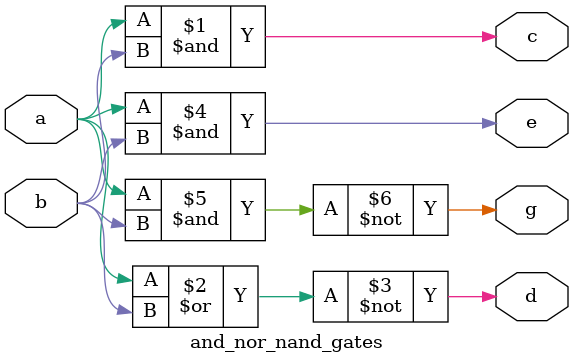
<source format=v>
module and_nor_nand_gates (output c, d, e, g, input a, b);
  and (c, a, b);   // c is the output, a and b are inputs
  nor (d, a, b);  // d is the output, a and b are inputs
  and (e, a, b);  // e is the output, a and b are inputs
  nand(g, a, b);  //g is the output , a and b are inputs
endmodule
</source>
